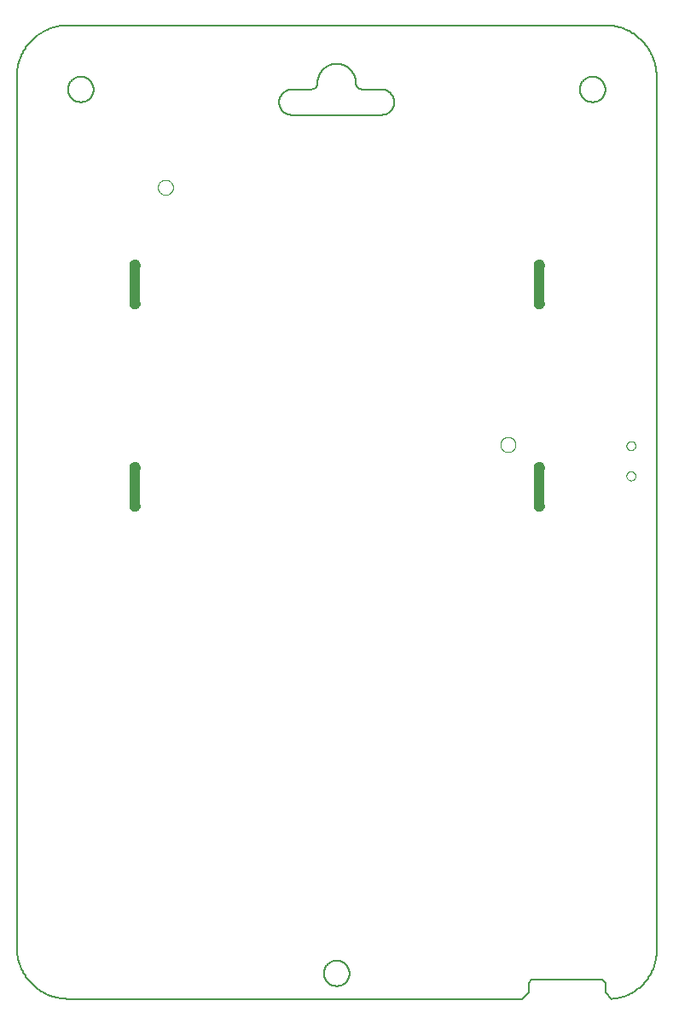
<source format=gko>
G75*
%MOIN*%
%OFA0B0*%
%FSLAX25Y25*%
%IPPOS*%
%LPD*%
%AMOC8*
5,1,8,0,0,1.08239X$1,22.5*
%
%ADD10C,0.00600*%
%ADD11C,0.00000*%
%ADD12C,0.04000*%
D10*
X0001300Y0028760D02*
X0001300Y0368760D01*
X0001306Y0369243D01*
X0001323Y0369726D01*
X0001353Y0370209D01*
X0001393Y0370690D01*
X0001446Y0371171D01*
X0001510Y0371650D01*
X0001585Y0372127D01*
X0001673Y0372603D01*
X0001771Y0373076D01*
X0001881Y0373546D01*
X0002002Y0374014D01*
X0002135Y0374479D01*
X0002279Y0374940D01*
X0002434Y0375398D01*
X0002600Y0375852D01*
X0002777Y0376302D01*
X0002964Y0376747D01*
X0003163Y0377188D01*
X0003371Y0377624D01*
X0003591Y0378054D01*
X0003821Y0378480D01*
X0004061Y0378899D01*
X0004311Y0379313D01*
X0004571Y0379720D01*
X0004840Y0380121D01*
X0005120Y0380516D01*
X0005408Y0380903D01*
X0005707Y0381284D01*
X0006014Y0381657D01*
X0006330Y0382022D01*
X0006655Y0382380D01*
X0006988Y0382730D01*
X0007330Y0383072D01*
X0007680Y0383405D01*
X0008038Y0383730D01*
X0008403Y0384046D01*
X0008776Y0384353D01*
X0009157Y0384652D01*
X0009544Y0384940D01*
X0009939Y0385220D01*
X0010340Y0385489D01*
X0010747Y0385749D01*
X0011161Y0385999D01*
X0011580Y0386239D01*
X0012006Y0386469D01*
X0012436Y0386689D01*
X0012872Y0386897D01*
X0013313Y0387096D01*
X0013758Y0387283D01*
X0014208Y0387460D01*
X0014662Y0387626D01*
X0015120Y0387781D01*
X0015581Y0387925D01*
X0016046Y0388058D01*
X0016514Y0388179D01*
X0016984Y0388289D01*
X0017457Y0388387D01*
X0017933Y0388475D01*
X0018410Y0388550D01*
X0018889Y0388614D01*
X0019370Y0388667D01*
X0019851Y0388707D01*
X0020334Y0388737D01*
X0020817Y0388754D01*
X0021300Y0388760D01*
X0231300Y0388760D01*
X0231783Y0388754D01*
X0232266Y0388737D01*
X0232749Y0388707D01*
X0233230Y0388667D01*
X0233711Y0388614D01*
X0234190Y0388550D01*
X0234667Y0388475D01*
X0235143Y0388387D01*
X0235616Y0388289D01*
X0236086Y0388179D01*
X0236554Y0388058D01*
X0237019Y0387925D01*
X0237480Y0387781D01*
X0237938Y0387626D01*
X0238392Y0387460D01*
X0238842Y0387283D01*
X0239287Y0387096D01*
X0239728Y0386897D01*
X0240164Y0386689D01*
X0240594Y0386469D01*
X0241020Y0386239D01*
X0241439Y0385999D01*
X0241853Y0385749D01*
X0242260Y0385489D01*
X0242661Y0385220D01*
X0243056Y0384940D01*
X0243443Y0384652D01*
X0243824Y0384353D01*
X0244197Y0384046D01*
X0244562Y0383730D01*
X0244920Y0383405D01*
X0245270Y0383072D01*
X0245612Y0382730D01*
X0245945Y0382380D01*
X0246270Y0382022D01*
X0246586Y0381657D01*
X0246893Y0381284D01*
X0247192Y0380903D01*
X0247480Y0380516D01*
X0247760Y0380121D01*
X0248029Y0379720D01*
X0248289Y0379313D01*
X0248539Y0378899D01*
X0248779Y0378480D01*
X0249009Y0378054D01*
X0249229Y0377624D01*
X0249437Y0377188D01*
X0249636Y0376747D01*
X0249823Y0376302D01*
X0250000Y0375852D01*
X0250166Y0375398D01*
X0250321Y0374940D01*
X0250465Y0374479D01*
X0250598Y0374014D01*
X0250719Y0373546D01*
X0250829Y0373076D01*
X0250927Y0372603D01*
X0251015Y0372127D01*
X0251090Y0371650D01*
X0251154Y0371171D01*
X0251207Y0370690D01*
X0251247Y0370209D01*
X0251277Y0369726D01*
X0251294Y0369243D01*
X0251300Y0368760D01*
X0251300Y0028760D01*
X0231300Y0011260D02*
X0233800Y0008760D01*
X0231300Y0011260D02*
X0231300Y0015010D01*
X0230050Y0016260D01*
X0202550Y0016260D01*
X0201300Y0015010D01*
X0201300Y0011260D01*
X0198800Y0008760D01*
X0021300Y0008760D01*
X0020817Y0008766D01*
X0020334Y0008783D01*
X0019851Y0008813D01*
X0019370Y0008853D01*
X0018889Y0008906D01*
X0018410Y0008970D01*
X0017933Y0009045D01*
X0017457Y0009133D01*
X0016984Y0009231D01*
X0016514Y0009341D01*
X0016046Y0009462D01*
X0015581Y0009595D01*
X0015120Y0009739D01*
X0014662Y0009894D01*
X0014208Y0010060D01*
X0013758Y0010237D01*
X0013313Y0010424D01*
X0012872Y0010623D01*
X0012436Y0010831D01*
X0012006Y0011051D01*
X0011580Y0011281D01*
X0011161Y0011521D01*
X0010747Y0011771D01*
X0010340Y0012031D01*
X0009939Y0012300D01*
X0009544Y0012580D01*
X0009157Y0012868D01*
X0008776Y0013167D01*
X0008403Y0013474D01*
X0008038Y0013790D01*
X0007680Y0014115D01*
X0007330Y0014448D01*
X0006988Y0014790D01*
X0006655Y0015140D01*
X0006330Y0015498D01*
X0006014Y0015863D01*
X0005707Y0016236D01*
X0005408Y0016617D01*
X0005120Y0017004D01*
X0004840Y0017399D01*
X0004571Y0017800D01*
X0004311Y0018207D01*
X0004061Y0018621D01*
X0003821Y0019040D01*
X0003591Y0019466D01*
X0003371Y0019896D01*
X0003163Y0020332D01*
X0002964Y0020773D01*
X0002777Y0021218D01*
X0002600Y0021668D01*
X0002434Y0022122D01*
X0002279Y0022580D01*
X0002135Y0023041D01*
X0002002Y0023506D01*
X0001881Y0023974D01*
X0001771Y0024444D01*
X0001673Y0024917D01*
X0001585Y0025393D01*
X0001510Y0025870D01*
X0001446Y0026349D01*
X0001393Y0026830D01*
X0001353Y0027311D01*
X0001323Y0027794D01*
X0001306Y0028277D01*
X0001300Y0028760D01*
X0121300Y0018760D02*
X0121302Y0018901D01*
X0121308Y0019042D01*
X0121318Y0019182D01*
X0121332Y0019322D01*
X0121350Y0019462D01*
X0121371Y0019601D01*
X0121397Y0019740D01*
X0121426Y0019878D01*
X0121460Y0020014D01*
X0121497Y0020150D01*
X0121538Y0020285D01*
X0121583Y0020419D01*
X0121632Y0020551D01*
X0121684Y0020682D01*
X0121740Y0020811D01*
X0121800Y0020938D01*
X0121863Y0021064D01*
X0121929Y0021188D01*
X0122000Y0021311D01*
X0122073Y0021431D01*
X0122150Y0021549D01*
X0122230Y0021665D01*
X0122314Y0021778D01*
X0122400Y0021889D01*
X0122490Y0021998D01*
X0122583Y0022104D01*
X0122678Y0022207D01*
X0122777Y0022308D01*
X0122878Y0022406D01*
X0122982Y0022501D01*
X0123089Y0022593D01*
X0123198Y0022682D01*
X0123310Y0022767D01*
X0123424Y0022850D01*
X0123540Y0022930D01*
X0123659Y0023006D01*
X0123780Y0023078D01*
X0123902Y0023148D01*
X0124027Y0023213D01*
X0124153Y0023276D01*
X0124281Y0023334D01*
X0124411Y0023389D01*
X0124542Y0023441D01*
X0124675Y0023488D01*
X0124809Y0023532D01*
X0124944Y0023573D01*
X0125080Y0023609D01*
X0125217Y0023641D01*
X0125355Y0023670D01*
X0125493Y0023695D01*
X0125633Y0023715D01*
X0125773Y0023732D01*
X0125913Y0023745D01*
X0126054Y0023754D01*
X0126194Y0023759D01*
X0126335Y0023760D01*
X0126476Y0023757D01*
X0126617Y0023750D01*
X0126757Y0023739D01*
X0126897Y0023724D01*
X0127037Y0023705D01*
X0127176Y0023683D01*
X0127314Y0023656D01*
X0127452Y0023626D01*
X0127588Y0023591D01*
X0127724Y0023553D01*
X0127858Y0023511D01*
X0127992Y0023465D01*
X0128124Y0023416D01*
X0128254Y0023362D01*
X0128383Y0023305D01*
X0128510Y0023245D01*
X0128636Y0023181D01*
X0128759Y0023113D01*
X0128881Y0023042D01*
X0129001Y0022968D01*
X0129118Y0022890D01*
X0129233Y0022809D01*
X0129346Y0022725D01*
X0129457Y0022638D01*
X0129565Y0022547D01*
X0129670Y0022454D01*
X0129773Y0022357D01*
X0129873Y0022258D01*
X0129970Y0022156D01*
X0130064Y0022051D01*
X0130155Y0021944D01*
X0130243Y0021834D01*
X0130328Y0021722D01*
X0130410Y0021607D01*
X0130489Y0021490D01*
X0130564Y0021371D01*
X0130636Y0021250D01*
X0130704Y0021127D01*
X0130769Y0021002D01*
X0130831Y0020875D01*
X0130888Y0020746D01*
X0130943Y0020616D01*
X0130993Y0020485D01*
X0131040Y0020352D01*
X0131083Y0020218D01*
X0131122Y0020082D01*
X0131157Y0019946D01*
X0131189Y0019809D01*
X0131216Y0019671D01*
X0131240Y0019532D01*
X0131260Y0019392D01*
X0131276Y0019252D01*
X0131288Y0019112D01*
X0131296Y0018971D01*
X0131300Y0018830D01*
X0131300Y0018690D01*
X0131296Y0018549D01*
X0131288Y0018408D01*
X0131276Y0018268D01*
X0131260Y0018128D01*
X0131240Y0017988D01*
X0131216Y0017849D01*
X0131189Y0017711D01*
X0131157Y0017574D01*
X0131122Y0017438D01*
X0131083Y0017302D01*
X0131040Y0017168D01*
X0130993Y0017035D01*
X0130943Y0016904D01*
X0130888Y0016774D01*
X0130831Y0016645D01*
X0130769Y0016518D01*
X0130704Y0016393D01*
X0130636Y0016270D01*
X0130564Y0016149D01*
X0130489Y0016030D01*
X0130410Y0015913D01*
X0130328Y0015798D01*
X0130243Y0015686D01*
X0130155Y0015576D01*
X0130064Y0015469D01*
X0129970Y0015364D01*
X0129873Y0015262D01*
X0129773Y0015163D01*
X0129670Y0015066D01*
X0129565Y0014973D01*
X0129457Y0014882D01*
X0129346Y0014795D01*
X0129233Y0014711D01*
X0129118Y0014630D01*
X0129001Y0014552D01*
X0128881Y0014478D01*
X0128759Y0014407D01*
X0128636Y0014339D01*
X0128510Y0014275D01*
X0128383Y0014215D01*
X0128254Y0014158D01*
X0128124Y0014104D01*
X0127992Y0014055D01*
X0127858Y0014009D01*
X0127724Y0013967D01*
X0127588Y0013929D01*
X0127452Y0013894D01*
X0127314Y0013864D01*
X0127176Y0013837D01*
X0127037Y0013815D01*
X0126897Y0013796D01*
X0126757Y0013781D01*
X0126617Y0013770D01*
X0126476Y0013763D01*
X0126335Y0013760D01*
X0126194Y0013761D01*
X0126054Y0013766D01*
X0125913Y0013775D01*
X0125773Y0013788D01*
X0125633Y0013805D01*
X0125493Y0013825D01*
X0125355Y0013850D01*
X0125217Y0013879D01*
X0125080Y0013911D01*
X0124944Y0013947D01*
X0124809Y0013988D01*
X0124675Y0014032D01*
X0124542Y0014079D01*
X0124411Y0014131D01*
X0124281Y0014186D01*
X0124153Y0014244D01*
X0124027Y0014307D01*
X0123902Y0014372D01*
X0123780Y0014442D01*
X0123659Y0014514D01*
X0123540Y0014590D01*
X0123424Y0014670D01*
X0123310Y0014753D01*
X0123198Y0014838D01*
X0123089Y0014927D01*
X0122982Y0015019D01*
X0122878Y0015114D01*
X0122777Y0015212D01*
X0122678Y0015313D01*
X0122583Y0015416D01*
X0122490Y0015522D01*
X0122400Y0015631D01*
X0122314Y0015742D01*
X0122230Y0015855D01*
X0122150Y0015971D01*
X0122073Y0016089D01*
X0122000Y0016209D01*
X0121929Y0016332D01*
X0121863Y0016456D01*
X0121800Y0016582D01*
X0121740Y0016709D01*
X0121684Y0016838D01*
X0121632Y0016969D01*
X0121583Y0017101D01*
X0121538Y0017235D01*
X0121497Y0017370D01*
X0121460Y0017506D01*
X0121426Y0017642D01*
X0121397Y0017780D01*
X0121371Y0017919D01*
X0121350Y0018058D01*
X0121332Y0018198D01*
X0121318Y0018338D01*
X0121308Y0018478D01*
X0121302Y0018619D01*
X0121300Y0018760D01*
X0233800Y0008760D02*
X0234253Y0008795D01*
X0234704Y0008842D01*
X0235155Y0008899D01*
X0235604Y0008968D01*
X0236051Y0009047D01*
X0236496Y0009137D01*
X0236939Y0009238D01*
X0237379Y0009349D01*
X0237817Y0009471D01*
X0238251Y0009604D01*
X0238682Y0009747D01*
X0239109Y0009900D01*
X0239533Y0010064D01*
X0239953Y0010237D01*
X0240368Y0010421D01*
X0240778Y0010615D01*
X0241184Y0010819D01*
X0241585Y0011033D01*
X0241981Y0011256D01*
X0242371Y0011488D01*
X0242755Y0011730D01*
X0243133Y0011981D01*
X0243505Y0012242D01*
X0243871Y0012511D01*
X0244230Y0012789D01*
X0244582Y0013075D01*
X0244928Y0013370D01*
X0245266Y0013674D01*
X0245596Y0013985D01*
X0245919Y0014304D01*
X0246235Y0014631D01*
X0246542Y0014965D01*
X0246841Y0015307D01*
X0247132Y0015656D01*
X0247414Y0016012D01*
X0247687Y0016374D01*
X0247952Y0016743D01*
X0248208Y0017119D01*
X0248454Y0017500D01*
X0248691Y0017887D01*
X0248919Y0018280D01*
X0249137Y0018678D01*
X0249346Y0019082D01*
X0249545Y0019490D01*
X0249734Y0019903D01*
X0249912Y0020321D01*
X0250081Y0020742D01*
X0250239Y0021168D01*
X0250388Y0021597D01*
X0250525Y0022030D01*
X0250652Y0022466D01*
X0250769Y0022905D01*
X0250875Y0023346D01*
X0250970Y0023790D01*
X0251055Y0024236D01*
X0251128Y0024685D01*
X0251191Y0025134D01*
X0251243Y0025585D01*
X0251284Y0026038D01*
X0251314Y0026491D01*
X0251333Y0026945D01*
X0251342Y0027399D01*
X0251339Y0027853D01*
X0251325Y0028307D01*
X0251300Y0028760D01*
X0143800Y0353760D02*
X0108800Y0353760D01*
X0108660Y0353762D01*
X0108520Y0353768D01*
X0108380Y0353778D01*
X0108240Y0353791D01*
X0108101Y0353809D01*
X0107962Y0353831D01*
X0107825Y0353856D01*
X0107687Y0353885D01*
X0107551Y0353918D01*
X0107416Y0353955D01*
X0107282Y0353996D01*
X0107149Y0354041D01*
X0107017Y0354089D01*
X0106887Y0354141D01*
X0106758Y0354196D01*
X0106631Y0354255D01*
X0106505Y0354318D01*
X0106381Y0354384D01*
X0106260Y0354453D01*
X0106140Y0354526D01*
X0106022Y0354603D01*
X0105907Y0354682D01*
X0105793Y0354765D01*
X0105683Y0354851D01*
X0105574Y0354940D01*
X0105468Y0355032D01*
X0105365Y0355127D01*
X0105264Y0355224D01*
X0105167Y0355325D01*
X0105072Y0355428D01*
X0104980Y0355534D01*
X0104891Y0355643D01*
X0104805Y0355753D01*
X0104722Y0355867D01*
X0104643Y0355982D01*
X0104566Y0356100D01*
X0104493Y0356220D01*
X0104424Y0356341D01*
X0104358Y0356465D01*
X0104295Y0356591D01*
X0104236Y0356718D01*
X0104181Y0356847D01*
X0104129Y0356977D01*
X0104081Y0357109D01*
X0104036Y0357242D01*
X0103995Y0357376D01*
X0103958Y0357511D01*
X0103925Y0357647D01*
X0103896Y0357785D01*
X0103871Y0357922D01*
X0103849Y0358061D01*
X0103831Y0358200D01*
X0103818Y0358340D01*
X0103808Y0358480D01*
X0103802Y0358620D01*
X0103800Y0358760D01*
X0103802Y0358900D01*
X0103808Y0359040D01*
X0103818Y0359180D01*
X0103831Y0359320D01*
X0103849Y0359459D01*
X0103871Y0359598D01*
X0103896Y0359735D01*
X0103925Y0359873D01*
X0103958Y0360009D01*
X0103995Y0360144D01*
X0104036Y0360278D01*
X0104081Y0360411D01*
X0104129Y0360543D01*
X0104181Y0360673D01*
X0104236Y0360802D01*
X0104295Y0360929D01*
X0104358Y0361055D01*
X0104424Y0361179D01*
X0104493Y0361300D01*
X0104566Y0361420D01*
X0104643Y0361538D01*
X0104722Y0361653D01*
X0104805Y0361767D01*
X0104891Y0361877D01*
X0104980Y0361986D01*
X0105072Y0362092D01*
X0105167Y0362195D01*
X0105264Y0362296D01*
X0105365Y0362393D01*
X0105468Y0362488D01*
X0105574Y0362580D01*
X0105683Y0362669D01*
X0105793Y0362755D01*
X0105907Y0362838D01*
X0106022Y0362917D01*
X0106140Y0362994D01*
X0106260Y0363067D01*
X0106381Y0363136D01*
X0106505Y0363202D01*
X0106631Y0363265D01*
X0106758Y0363324D01*
X0106887Y0363379D01*
X0107017Y0363431D01*
X0107149Y0363479D01*
X0107282Y0363524D01*
X0107416Y0363565D01*
X0107551Y0363602D01*
X0107687Y0363635D01*
X0107825Y0363664D01*
X0107962Y0363689D01*
X0108101Y0363711D01*
X0108240Y0363729D01*
X0108380Y0363742D01*
X0108520Y0363752D01*
X0108660Y0363758D01*
X0108800Y0363760D01*
X0116300Y0363760D01*
X0116398Y0363762D01*
X0116496Y0363768D01*
X0116594Y0363777D01*
X0116691Y0363791D01*
X0116788Y0363808D01*
X0116884Y0363829D01*
X0116979Y0363854D01*
X0117073Y0363882D01*
X0117165Y0363915D01*
X0117257Y0363950D01*
X0117347Y0363990D01*
X0117435Y0364032D01*
X0117522Y0364079D01*
X0117606Y0364128D01*
X0117689Y0364181D01*
X0117769Y0364237D01*
X0117848Y0364297D01*
X0117924Y0364359D01*
X0117997Y0364424D01*
X0118068Y0364492D01*
X0118136Y0364563D01*
X0118201Y0364636D01*
X0118263Y0364712D01*
X0118323Y0364791D01*
X0118379Y0364871D01*
X0118432Y0364954D01*
X0118481Y0365038D01*
X0118528Y0365125D01*
X0118570Y0365213D01*
X0118610Y0365303D01*
X0118645Y0365395D01*
X0118678Y0365487D01*
X0118706Y0365581D01*
X0118731Y0365676D01*
X0118752Y0365772D01*
X0118769Y0365869D01*
X0118783Y0365966D01*
X0118792Y0366064D01*
X0118798Y0366162D01*
X0118800Y0366260D01*
X0118802Y0366443D01*
X0118809Y0366625D01*
X0118820Y0366807D01*
X0118836Y0366989D01*
X0118856Y0367171D01*
X0118880Y0367352D01*
X0118909Y0367532D01*
X0118942Y0367712D01*
X0118979Y0367891D01*
X0119021Y0368069D01*
X0119068Y0368245D01*
X0119118Y0368421D01*
X0119173Y0368595D01*
X0119232Y0368768D01*
X0119295Y0368939D01*
X0119362Y0369109D01*
X0119434Y0369277D01*
X0119509Y0369443D01*
X0119589Y0369608D01*
X0119672Y0369770D01*
X0119760Y0369931D01*
X0119851Y0370089D01*
X0119946Y0370245D01*
X0120045Y0370398D01*
X0120148Y0370549D01*
X0120254Y0370698D01*
X0120364Y0370844D01*
X0120477Y0370987D01*
X0120594Y0371127D01*
X0120714Y0371265D01*
X0120838Y0371399D01*
X0120965Y0371531D01*
X0121094Y0371659D01*
X0121227Y0371784D01*
X0121363Y0371906D01*
X0121502Y0372025D01*
X0121644Y0372140D01*
X0121789Y0372252D01*
X0121936Y0372360D01*
X0122086Y0372464D01*
X0122238Y0372565D01*
X0122393Y0372662D01*
X0122550Y0372755D01*
X0122709Y0372845D01*
X0122871Y0372930D01*
X0123034Y0373012D01*
X0123199Y0373089D01*
X0123367Y0373163D01*
X0123536Y0373232D01*
X0123706Y0373297D01*
X0123878Y0373358D01*
X0124052Y0373415D01*
X0124227Y0373468D01*
X0124403Y0373516D01*
X0124580Y0373560D01*
X0124759Y0373600D01*
X0124938Y0373635D01*
X0125118Y0373666D01*
X0125298Y0373693D01*
X0125480Y0373715D01*
X0125661Y0373733D01*
X0125844Y0373746D01*
X0126026Y0373755D01*
X0126209Y0373759D01*
X0126391Y0373759D01*
X0126574Y0373755D01*
X0126756Y0373746D01*
X0126939Y0373733D01*
X0127120Y0373715D01*
X0127302Y0373693D01*
X0127482Y0373666D01*
X0127662Y0373635D01*
X0127841Y0373600D01*
X0128020Y0373560D01*
X0128197Y0373516D01*
X0128373Y0373468D01*
X0128548Y0373415D01*
X0128722Y0373358D01*
X0128894Y0373297D01*
X0129064Y0373232D01*
X0129233Y0373163D01*
X0129401Y0373089D01*
X0129566Y0373012D01*
X0129729Y0372930D01*
X0129891Y0372845D01*
X0130050Y0372755D01*
X0130207Y0372662D01*
X0130362Y0372565D01*
X0130514Y0372464D01*
X0130664Y0372360D01*
X0130811Y0372252D01*
X0130956Y0372140D01*
X0131098Y0372025D01*
X0131237Y0371906D01*
X0131373Y0371784D01*
X0131506Y0371659D01*
X0131635Y0371531D01*
X0131762Y0371399D01*
X0131886Y0371265D01*
X0132006Y0371127D01*
X0132123Y0370987D01*
X0132236Y0370844D01*
X0132346Y0370698D01*
X0132452Y0370549D01*
X0132555Y0370398D01*
X0132654Y0370245D01*
X0132749Y0370089D01*
X0132840Y0369931D01*
X0132928Y0369770D01*
X0133011Y0369608D01*
X0133091Y0369443D01*
X0133166Y0369277D01*
X0133238Y0369109D01*
X0133305Y0368939D01*
X0133368Y0368768D01*
X0133427Y0368595D01*
X0133482Y0368421D01*
X0133532Y0368245D01*
X0133579Y0368069D01*
X0133621Y0367891D01*
X0133658Y0367712D01*
X0133691Y0367532D01*
X0133720Y0367352D01*
X0133744Y0367171D01*
X0133764Y0366989D01*
X0133780Y0366807D01*
X0133791Y0366625D01*
X0133798Y0366443D01*
X0133800Y0366260D01*
X0133802Y0366162D01*
X0133808Y0366064D01*
X0133817Y0365966D01*
X0133831Y0365869D01*
X0133848Y0365772D01*
X0133869Y0365676D01*
X0133894Y0365581D01*
X0133922Y0365487D01*
X0133955Y0365395D01*
X0133990Y0365303D01*
X0134030Y0365213D01*
X0134072Y0365125D01*
X0134119Y0365038D01*
X0134168Y0364954D01*
X0134221Y0364871D01*
X0134277Y0364791D01*
X0134337Y0364712D01*
X0134399Y0364636D01*
X0134464Y0364563D01*
X0134532Y0364492D01*
X0134603Y0364424D01*
X0134676Y0364359D01*
X0134752Y0364297D01*
X0134831Y0364237D01*
X0134911Y0364181D01*
X0134994Y0364128D01*
X0135078Y0364079D01*
X0135165Y0364032D01*
X0135253Y0363990D01*
X0135343Y0363950D01*
X0135435Y0363915D01*
X0135527Y0363882D01*
X0135621Y0363854D01*
X0135716Y0363829D01*
X0135812Y0363808D01*
X0135909Y0363791D01*
X0136006Y0363777D01*
X0136104Y0363768D01*
X0136202Y0363762D01*
X0136300Y0363760D01*
X0143800Y0363760D01*
X0148800Y0358760D02*
X0148798Y0358620D01*
X0148792Y0358480D01*
X0148782Y0358340D01*
X0148769Y0358200D01*
X0148751Y0358061D01*
X0148729Y0357922D01*
X0148704Y0357785D01*
X0148675Y0357647D01*
X0148642Y0357511D01*
X0148605Y0357376D01*
X0148564Y0357242D01*
X0148519Y0357109D01*
X0148471Y0356977D01*
X0148419Y0356847D01*
X0148364Y0356718D01*
X0148305Y0356591D01*
X0148242Y0356465D01*
X0148176Y0356341D01*
X0148107Y0356220D01*
X0148034Y0356100D01*
X0147957Y0355982D01*
X0147878Y0355867D01*
X0147795Y0355753D01*
X0147709Y0355643D01*
X0147620Y0355534D01*
X0147528Y0355428D01*
X0147433Y0355325D01*
X0147336Y0355224D01*
X0147235Y0355127D01*
X0147132Y0355032D01*
X0147026Y0354940D01*
X0146917Y0354851D01*
X0146807Y0354765D01*
X0146693Y0354682D01*
X0146578Y0354603D01*
X0146460Y0354526D01*
X0146340Y0354453D01*
X0146219Y0354384D01*
X0146095Y0354318D01*
X0145969Y0354255D01*
X0145842Y0354196D01*
X0145713Y0354141D01*
X0145583Y0354089D01*
X0145451Y0354041D01*
X0145318Y0353996D01*
X0145184Y0353955D01*
X0145049Y0353918D01*
X0144913Y0353885D01*
X0144775Y0353856D01*
X0144638Y0353831D01*
X0144499Y0353809D01*
X0144360Y0353791D01*
X0144220Y0353778D01*
X0144080Y0353768D01*
X0143940Y0353762D01*
X0143800Y0353760D01*
X0148800Y0358760D02*
X0148798Y0358900D01*
X0148792Y0359040D01*
X0148782Y0359180D01*
X0148769Y0359320D01*
X0148751Y0359459D01*
X0148729Y0359598D01*
X0148704Y0359735D01*
X0148675Y0359873D01*
X0148642Y0360009D01*
X0148605Y0360144D01*
X0148564Y0360278D01*
X0148519Y0360411D01*
X0148471Y0360543D01*
X0148419Y0360673D01*
X0148364Y0360802D01*
X0148305Y0360929D01*
X0148242Y0361055D01*
X0148176Y0361179D01*
X0148107Y0361300D01*
X0148034Y0361420D01*
X0147957Y0361538D01*
X0147878Y0361653D01*
X0147795Y0361767D01*
X0147709Y0361877D01*
X0147620Y0361986D01*
X0147528Y0362092D01*
X0147433Y0362195D01*
X0147336Y0362296D01*
X0147235Y0362393D01*
X0147132Y0362488D01*
X0147026Y0362580D01*
X0146917Y0362669D01*
X0146807Y0362755D01*
X0146693Y0362838D01*
X0146578Y0362917D01*
X0146460Y0362994D01*
X0146340Y0363067D01*
X0146219Y0363136D01*
X0146095Y0363202D01*
X0145969Y0363265D01*
X0145842Y0363324D01*
X0145713Y0363379D01*
X0145583Y0363431D01*
X0145451Y0363479D01*
X0145318Y0363524D01*
X0145184Y0363565D01*
X0145049Y0363602D01*
X0144913Y0363635D01*
X0144775Y0363664D01*
X0144638Y0363689D01*
X0144499Y0363711D01*
X0144360Y0363729D01*
X0144220Y0363742D01*
X0144080Y0363752D01*
X0143940Y0363758D01*
X0143800Y0363760D01*
X0221300Y0363760D02*
X0221302Y0363901D01*
X0221308Y0364042D01*
X0221318Y0364182D01*
X0221332Y0364322D01*
X0221350Y0364462D01*
X0221371Y0364601D01*
X0221397Y0364740D01*
X0221426Y0364878D01*
X0221460Y0365014D01*
X0221497Y0365150D01*
X0221538Y0365285D01*
X0221583Y0365419D01*
X0221632Y0365551D01*
X0221684Y0365682D01*
X0221740Y0365811D01*
X0221800Y0365938D01*
X0221863Y0366064D01*
X0221929Y0366188D01*
X0222000Y0366311D01*
X0222073Y0366431D01*
X0222150Y0366549D01*
X0222230Y0366665D01*
X0222314Y0366778D01*
X0222400Y0366889D01*
X0222490Y0366998D01*
X0222583Y0367104D01*
X0222678Y0367207D01*
X0222777Y0367308D01*
X0222878Y0367406D01*
X0222982Y0367501D01*
X0223089Y0367593D01*
X0223198Y0367682D01*
X0223310Y0367767D01*
X0223424Y0367850D01*
X0223540Y0367930D01*
X0223659Y0368006D01*
X0223780Y0368078D01*
X0223902Y0368148D01*
X0224027Y0368213D01*
X0224153Y0368276D01*
X0224281Y0368334D01*
X0224411Y0368389D01*
X0224542Y0368441D01*
X0224675Y0368488D01*
X0224809Y0368532D01*
X0224944Y0368573D01*
X0225080Y0368609D01*
X0225217Y0368641D01*
X0225355Y0368670D01*
X0225493Y0368695D01*
X0225633Y0368715D01*
X0225773Y0368732D01*
X0225913Y0368745D01*
X0226054Y0368754D01*
X0226194Y0368759D01*
X0226335Y0368760D01*
X0226476Y0368757D01*
X0226617Y0368750D01*
X0226757Y0368739D01*
X0226897Y0368724D01*
X0227037Y0368705D01*
X0227176Y0368683D01*
X0227314Y0368656D01*
X0227452Y0368626D01*
X0227588Y0368591D01*
X0227724Y0368553D01*
X0227858Y0368511D01*
X0227992Y0368465D01*
X0228124Y0368416D01*
X0228254Y0368362D01*
X0228383Y0368305D01*
X0228510Y0368245D01*
X0228636Y0368181D01*
X0228759Y0368113D01*
X0228881Y0368042D01*
X0229001Y0367968D01*
X0229118Y0367890D01*
X0229233Y0367809D01*
X0229346Y0367725D01*
X0229457Y0367638D01*
X0229565Y0367547D01*
X0229670Y0367454D01*
X0229773Y0367357D01*
X0229873Y0367258D01*
X0229970Y0367156D01*
X0230064Y0367051D01*
X0230155Y0366944D01*
X0230243Y0366834D01*
X0230328Y0366722D01*
X0230410Y0366607D01*
X0230489Y0366490D01*
X0230564Y0366371D01*
X0230636Y0366250D01*
X0230704Y0366127D01*
X0230769Y0366002D01*
X0230831Y0365875D01*
X0230888Y0365746D01*
X0230943Y0365616D01*
X0230993Y0365485D01*
X0231040Y0365352D01*
X0231083Y0365218D01*
X0231122Y0365082D01*
X0231157Y0364946D01*
X0231189Y0364809D01*
X0231216Y0364671D01*
X0231240Y0364532D01*
X0231260Y0364392D01*
X0231276Y0364252D01*
X0231288Y0364112D01*
X0231296Y0363971D01*
X0231300Y0363830D01*
X0231300Y0363690D01*
X0231296Y0363549D01*
X0231288Y0363408D01*
X0231276Y0363268D01*
X0231260Y0363128D01*
X0231240Y0362988D01*
X0231216Y0362849D01*
X0231189Y0362711D01*
X0231157Y0362574D01*
X0231122Y0362438D01*
X0231083Y0362302D01*
X0231040Y0362168D01*
X0230993Y0362035D01*
X0230943Y0361904D01*
X0230888Y0361774D01*
X0230831Y0361645D01*
X0230769Y0361518D01*
X0230704Y0361393D01*
X0230636Y0361270D01*
X0230564Y0361149D01*
X0230489Y0361030D01*
X0230410Y0360913D01*
X0230328Y0360798D01*
X0230243Y0360686D01*
X0230155Y0360576D01*
X0230064Y0360469D01*
X0229970Y0360364D01*
X0229873Y0360262D01*
X0229773Y0360163D01*
X0229670Y0360066D01*
X0229565Y0359973D01*
X0229457Y0359882D01*
X0229346Y0359795D01*
X0229233Y0359711D01*
X0229118Y0359630D01*
X0229001Y0359552D01*
X0228881Y0359478D01*
X0228759Y0359407D01*
X0228636Y0359339D01*
X0228510Y0359275D01*
X0228383Y0359215D01*
X0228254Y0359158D01*
X0228124Y0359104D01*
X0227992Y0359055D01*
X0227858Y0359009D01*
X0227724Y0358967D01*
X0227588Y0358929D01*
X0227452Y0358894D01*
X0227314Y0358864D01*
X0227176Y0358837D01*
X0227037Y0358815D01*
X0226897Y0358796D01*
X0226757Y0358781D01*
X0226617Y0358770D01*
X0226476Y0358763D01*
X0226335Y0358760D01*
X0226194Y0358761D01*
X0226054Y0358766D01*
X0225913Y0358775D01*
X0225773Y0358788D01*
X0225633Y0358805D01*
X0225493Y0358825D01*
X0225355Y0358850D01*
X0225217Y0358879D01*
X0225080Y0358911D01*
X0224944Y0358947D01*
X0224809Y0358988D01*
X0224675Y0359032D01*
X0224542Y0359079D01*
X0224411Y0359131D01*
X0224281Y0359186D01*
X0224153Y0359244D01*
X0224027Y0359307D01*
X0223902Y0359372D01*
X0223780Y0359442D01*
X0223659Y0359514D01*
X0223540Y0359590D01*
X0223424Y0359670D01*
X0223310Y0359753D01*
X0223198Y0359838D01*
X0223089Y0359927D01*
X0222982Y0360019D01*
X0222878Y0360114D01*
X0222777Y0360212D01*
X0222678Y0360313D01*
X0222583Y0360416D01*
X0222490Y0360522D01*
X0222400Y0360631D01*
X0222314Y0360742D01*
X0222230Y0360855D01*
X0222150Y0360971D01*
X0222073Y0361089D01*
X0222000Y0361209D01*
X0221929Y0361332D01*
X0221863Y0361456D01*
X0221800Y0361582D01*
X0221740Y0361709D01*
X0221684Y0361838D01*
X0221632Y0361969D01*
X0221583Y0362101D01*
X0221538Y0362235D01*
X0221497Y0362370D01*
X0221460Y0362506D01*
X0221426Y0362642D01*
X0221397Y0362780D01*
X0221371Y0362919D01*
X0221350Y0363058D01*
X0221332Y0363198D01*
X0221318Y0363338D01*
X0221308Y0363478D01*
X0221302Y0363619D01*
X0221300Y0363760D01*
X0021300Y0363760D02*
X0021302Y0363901D01*
X0021308Y0364042D01*
X0021318Y0364182D01*
X0021332Y0364322D01*
X0021350Y0364462D01*
X0021371Y0364601D01*
X0021397Y0364740D01*
X0021426Y0364878D01*
X0021460Y0365014D01*
X0021497Y0365150D01*
X0021538Y0365285D01*
X0021583Y0365419D01*
X0021632Y0365551D01*
X0021684Y0365682D01*
X0021740Y0365811D01*
X0021800Y0365938D01*
X0021863Y0366064D01*
X0021929Y0366188D01*
X0022000Y0366311D01*
X0022073Y0366431D01*
X0022150Y0366549D01*
X0022230Y0366665D01*
X0022314Y0366778D01*
X0022400Y0366889D01*
X0022490Y0366998D01*
X0022583Y0367104D01*
X0022678Y0367207D01*
X0022777Y0367308D01*
X0022878Y0367406D01*
X0022982Y0367501D01*
X0023089Y0367593D01*
X0023198Y0367682D01*
X0023310Y0367767D01*
X0023424Y0367850D01*
X0023540Y0367930D01*
X0023659Y0368006D01*
X0023780Y0368078D01*
X0023902Y0368148D01*
X0024027Y0368213D01*
X0024153Y0368276D01*
X0024281Y0368334D01*
X0024411Y0368389D01*
X0024542Y0368441D01*
X0024675Y0368488D01*
X0024809Y0368532D01*
X0024944Y0368573D01*
X0025080Y0368609D01*
X0025217Y0368641D01*
X0025355Y0368670D01*
X0025493Y0368695D01*
X0025633Y0368715D01*
X0025773Y0368732D01*
X0025913Y0368745D01*
X0026054Y0368754D01*
X0026194Y0368759D01*
X0026335Y0368760D01*
X0026476Y0368757D01*
X0026617Y0368750D01*
X0026757Y0368739D01*
X0026897Y0368724D01*
X0027037Y0368705D01*
X0027176Y0368683D01*
X0027314Y0368656D01*
X0027452Y0368626D01*
X0027588Y0368591D01*
X0027724Y0368553D01*
X0027858Y0368511D01*
X0027992Y0368465D01*
X0028124Y0368416D01*
X0028254Y0368362D01*
X0028383Y0368305D01*
X0028510Y0368245D01*
X0028636Y0368181D01*
X0028759Y0368113D01*
X0028881Y0368042D01*
X0029001Y0367968D01*
X0029118Y0367890D01*
X0029233Y0367809D01*
X0029346Y0367725D01*
X0029457Y0367638D01*
X0029565Y0367547D01*
X0029670Y0367454D01*
X0029773Y0367357D01*
X0029873Y0367258D01*
X0029970Y0367156D01*
X0030064Y0367051D01*
X0030155Y0366944D01*
X0030243Y0366834D01*
X0030328Y0366722D01*
X0030410Y0366607D01*
X0030489Y0366490D01*
X0030564Y0366371D01*
X0030636Y0366250D01*
X0030704Y0366127D01*
X0030769Y0366002D01*
X0030831Y0365875D01*
X0030888Y0365746D01*
X0030943Y0365616D01*
X0030993Y0365485D01*
X0031040Y0365352D01*
X0031083Y0365218D01*
X0031122Y0365082D01*
X0031157Y0364946D01*
X0031189Y0364809D01*
X0031216Y0364671D01*
X0031240Y0364532D01*
X0031260Y0364392D01*
X0031276Y0364252D01*
X0031288Y0364112D01*
X0031296Y0363971D01*
X0031300Y0363830D01*
X0031300Y0363690D01*
X0031296Y0363549D01*
X0031288Y0363408D01*
X0031276Y0363268D01*
X0031260Y0363128D01*
X0031240Y0362988D01*
X0031216Y0362849D01*
X0031189Y0362711D01*
X0031157Y0362574D01*
X0031122Y0362438D01*
X0031083Y0362302D01*
X0031040Y0362168D01*
X0030993Y0362035D01*
X0030943Y0361904D01*
X0030888Y0361774D01*
X0030831Y0361645D01*
X0030769Y0361518D01*
X0030704Y0361393D01*
X0030636Y0361270D01*
X0030564Y0361149D01*
X0030489Y0361030D01*
X0030410Y0360913D01*
X0030328Y0360798D01*
X0030243Y0360686D01*
X0030155Y0360576D01*
X0030064Y0360469D01*
X0029970Y0360364D01*
X0029873Y0360262D01*
X0029773Y0360163D01*
X0029670Y0360066D01*
X0029565Y0359973D01*
X0029457Y0359882D01*
X0029346Y0359795D01*
X0029233Y0359711D01*
X0029118Y0359630D01*
X0029001Y0359552D01*
X0028881Y0359478D01*
X0028759Y0359407D01*
X0028636Y0359339D01*
X0028510Y0359275D01*
X0028383Y0359215D01*
X0028254Y0359158D01*
X0028124Y0359104D01*
X0027992Y0359055D01*
X0027858Y0359009D01*
X0027724Y0358967D01*
X0027588Y0358929D01*
X0027452Y0358894D01*
X0027314Y0358864D01*
X0027176Y0358837D01*
X0027037Y0358815D01*
X0026897Y0358796D01*
X0026757Y0358781D01*
X0026617Y0358770D01*
X0026476Y0358763D01*
X0026335Y0358760D01*
X0026194Y0358761D01*
X0026054Y0358766D01*
X0025913Y0358775D01*
X0025773Y0358788D01*
X0025633Y0358805D01*
X0025493Y0358825D01*
X0025355Y0358850D01*
X0025217Y0358879D01*
X0025080Y0358911D01*
X0024944Y0358947D01*
X0024809Y0358988D01*
X0024675Y0359032D01*
X0024542Y0359079D01*
X0024411Y0359131D01*
X0024281Y0359186D01*
X0024153Y0359244D01*
X0024027Y0359307D01*
X0023902Y0359372D01*
X0023780Y0359442D01*
X0023659Y0359514D01*
X0023540Y0359590D01*
X0023424Y0359670D01*
X0023310Y0359753D01*
X0023198Y0359838D01*
X0023089Y0359927D01*
X0022982Y0360019D01*
X0022878Y0360114D01*
X0022777Y0360212D01*
X0022678Y0360313D01*
X0022583Y0360416D01*
X0022490Y0360522D01*
X0022400Y0360631D01*
X0022314Y0360742D01*
X0022230Y0360855D01*
X0022150Y0360971D01*
X0022073Y0361089D01*
X0022000Y0361209D01*
X0021929Y0361332D01*
X0021863Y0361456D01*
X0021800Y0361582D01*
X0021740Y0361709D01*
X0021684Y0361838D01*
X0021632Y0361969D01*
X0021583Y0362101D01*
X0021538Y0362235D01*
X0021497Y0362370D01*
X0021460Y0362506D01*
X0021426Y0362642D01*
X0021397Y0362780D01*
X0021371Y0362919D01*
X0021350Y0363058D01*
X0021332Y0363198D01*
X0021318Y0363338D01*
X0021308Y0363478D01*
X0021302Y0363619D01*
X0021300Y0363760D01*
D11*
X0056418Y0325472D02*
X0056420Y0325580D01*
X0056426Y0325689D01*
X0056436Y0325797D01*
X0056450Y0325904D01*
X0056468Y0326011D01*
X0056489Y0326118D01*
X0056515Y0326223D01*
X0056545Y0326328D01*
X0056578Y0326431D01*
X0056615Y0326533D01*
X0056656Y0326633D01*
X0056700Y0326732D01*
X0056749Y0326830D01*
X0056800Y0326925D01*
X0056855Y0327018D01*
X0056914Y0327110D01*
X0056976Y0327199D01*
X0057041Y0327286D01*
X0057109Y0327370D01*
X0057180Y0327452D01*
X0057254Y0327531D01*
X0057331Y0327607D01*
X0057411Y0327681D01*
X0057494Y0327751D01*
X0057579Y0327819D01*
X0057666Y0327883D01*
X0057756Y0327944D01*
X0057848Y0328002D01*
X0057942Y0328056D01*
X0058038Y0328107D01*
X0058135Y0328154D01*
X0058235Y0328198D01*
X0058336Y0328238D01*
X0058438Y0328274D01*
X0058541Y0328306D01*
X0058646Y0328335D01*
X0058752Y0328359D01*
X0058858Y0328380D01*
X0058965Y0328397D01*
X0059073Y0328410D01*
X0059181Y0328419D01*
X0059290Y0328424D01*
X0059398Y0328425D01*
X0059507Y0328422D01*
X0059615Y0328415D01*
X0059723Y0328404D01*
X0059830Y0328389D01*
X0059937Y0328370D01*
X0060043Y0328347D01*
X0060148Y0328321D01*
X0060253Y0328290D01*
X0060355Y0328256D01*
X0060457Y0328218D01*
X0060557Y0328176D01*
X0060656Y0328131D01*
X0060753Y0328082D01*
X0060847Y0328029D01*
X0060940Y0327973D01*
X0061031Y0327914D01*
X0061120Y0327851D01*
X0061206Y0327786D01*
X0061290Y0327717D01*
X0061371Y0327645D01*
X0061449Y0327570D01*
X0061525Y0327492D01*
X0061598Y0327411D01*
X0061668Y0327328D01*
X0061734Y0327243D01*
X0061798Y0327155D01*
X0061858Y0327064D01*
X0061915Y0326972D01*
X0061968Y0326877D01*
X0062018Y0326781D01*
X0062064Y0326683D01*
X0062107Y0326583D01*
X0062146Y0326482D01*
X0062181Y0326379D01*
X0062213Y0326276D01*
X0062240Y0326171D01*
X0062264Y0326065D01*
X0062284Y0325958D01*
X0062300Y0325851D01*
X0062312Y0325743D01*
X0062320Y0325635D01*
X0062324Y0325526D01*
X0062324Y0325418D01*
X0062320Y0325309D01*
X0062312Y0325201D01*
X0062300Y0325093D01*
X0062284Y0324986D01*
X0062264Y0324879D01*
X0062240Y0324773D01*
X0062213Y0324668D01*
X0062181Y0324565D01*
X0062146Y0324462D01*
X0062107Y0324361D01*
X0062064Y0324261D01*
X0062018Y0324163D01*
X0061968Y0324067D01*
X0061915Y0323972D01*
X0061858Y0323880D01*
X0061798Y0323789D01*
X0061734Y0323701D01*
X0061668Y0323616D01*
X0061598Y0323533D01*
X0061525Y0323452D01*
X0061449Y0323374D01*
X0061371Y0323299D01*
X0061290Y0323227D01*
X0061206Y0323158D01*
X0061120Y0323093D01*
X0061031Y0323030D01*
X0060940Y0322971D01*
X0060848Y0322915D01*
X0060753Y0322862D01*
X0060656Y0322813D01*
X0060557Y0322768D01*
X0060457Y0322726D01*
X0060355Y0322688D01*
X0060253Y0322654D01*
X0060148Y0322623D01*
X0060043Y0322597D01*
X0059937Y0322574D01*
X0059830Y0322555D01*
X0059723Y0322540D01*
X0059615Y0322529D01*
X0059507Y0322522D01*
X0059398Y0322519D01*
X0059290Y0322520D01*
X0059181Y0322525D01*
X0059073Y0322534D01*
X0058965Y0322547D01*
X0058858Y0322564D01*
X0058752Y0322585D01*
X0058646Y0322609D01*
X0058541Y0322638D01*
X0058438Y0322670D01*
X0058336Y0322706D01*
X0058235Y0322746D01*
X0058135Y0322790D01*
X0058038Y0322837D01*
X0057942Y0322888D01*
X0057848Y0322942D01*
X0057756Y0323000D01*
X0057666Y0323061D01*
X0057579Y0323125D01*
X0057494Y0323193D01*
X0057411Y0323263D01*
X0057331Y0323337D01*
X0057254Y0323413D01*
X0057180Y0323492D01*
X0057109Y0323574D01*
X0057041Y0323658D01*
X0056976Y0323745D01*
X0056914Y0323834D01*
X0056855Y0323926D01*
X0056800Y0324019D01*
X0056749Y0324114D01*
X0056700Y0324212D01*
X0056656Y0324311D01*
X0056615Y0324411D01*
X0056578Y0324513D01*
X0056545Y0324616D01*
X0056515Y0324721D01*
X0056489Y0324826D01*
X0056468Y0324933D01*
X0056450Y0325040D01*
X0056436Y0325147D01*
X0056426Y0325255D01*
X0056420Y0325364D01*
X0056418Y0325472D01*
X0045300Y0295260D02*
X0045302Y0295349D01*
X0045308Y0295438D01*
X0045318Y0295527D01*
X0045332Y0295615D01*
X0045349Y0295702D01*
X0045371Y0295788D01*
X0045397Y0295874D01*
X0045426Y0295958D01*
X0045459Y0296041D01*
X0045495Y0296122D01*
X0045536Y0296202D01*
X0045579Y0296279D01*
X0045626Y0296355D01*
X0045677Y0296428D01*
X0045730Y0296499D01*
X0045787Y0296568D01*
X0045847Y0296634D01*
X0045910Y0296698D01*
X0045975Y0296758D01*
X0046043Y0296816D01*
X0046114Y0296870D01*
X0046187Y0296921D01*
X0046262Y0296969D01*
X0046339Y0297014D01*
X0046418Y0297055D01*
X0046499Y0297092D01*
X0046581Y0297126D01*
X0046665Y0297157D01*
X0046750Y0297183D01*
X0046836Y0297206D01*
X0046923Y0297224D01*
X0047011Y0297239D01*
X0047100Y0297250D01*
X0047189Y0297257D01*
X0047278Y0297260D01*
X0047367Y0297259D01*
X0047456Y0297254D01*
X0047544Y0297245D01*
X0047633Y0297232D01*
X0047720Y0297215D01*
X0047807Y0297195D01*
X0047893Y0297170D01*
X0047977Y0297142D01*
X0048060Y0297110D01*
X0048142Y0297074D01*
X0048222Y0297035D01*
X0048300Y0296992D01*
X0048376Y0296946D01*
X0048450Y0296896D01*
X0048522Y0296843D01*
X0048591Y0296787D01*
X0048658Y0296728D01*
X0048722Y0296666D01*
X0048783Y0296602D01*
X0048842Y0296534D01*
X0048897Y0296464D01*
X0048949Y0296392D01*
X0048998Y0296317D01*
X0049043Y0296241D01*
X0049085Y0296162D01*
X0049123Y0296082D01*
X0049158Y0296000D01*
X0049189Y0295916D01*
X0049217Y0295831D01*
X0049240Y0295745D01*
X0049260Y0295658D01*
X0049276Y0295571D01*
X0049288Y0295482D01*
X0049296Y0295394D01*
X0049300Y0295305D01*
X0049300Y0295215D01*
X0049296Y0295126D01*
X0049288Y0295038D01*
X0049276Y0294949D01*
X0049260Y0294862D01*
X0049240Y0294775D01*
X0049217Y0294689D01*
X0049189Y0294604D01*
X0049158Y0294520D01*
X0049123Y0294438D01*
X0049085Y0294358D01*
X0049043Y0294279D01*
X0048998Y0294203D01*
X0048949Y0294128D01*
X0048897Y0294056D01*
X0048842Y0293986D01*
X0048783Y0293918D01*
X0048722Y0293854D01*
X0048658Y0293792D01*
X0048591Y0293733D01*
X0048522Y0293677D01*
X0048450Y0293624D01*
X0048376Y0293574D01*
X0048300Y0293528D01*
X0048222Y0293485D01*
X0048142Y0293446D01*
X0048060Y0293410D01*
X0047977Y0293378D01*
X0047893Y0293350D01*
X0047807Y0293325D01*
X0047720Y0293305D01*
X0047633Y0293288D01*
X0047544Y0293275D01*
X0047456Y0293266D01*
X0047367Y0293261D01*
X0047278Y0293260D01*
X0047189Y0293263D01*
X0047100Y0293270D01*
X0047011Y0293281D01*
X0046923Y0293296D01*
X0046836Y0293314D01*
X0046750Y0293337D01*
X0046665Y0293363D01*
X0046581Y0293394D01*
X0046499Y0293428D01*
X0046418Y0293465D01*
X0046339Y0293506D01*
X0046262Y0293551D01*
X0046187Y0293599D01*
X0046114Y0293650D01*
X0046043Y0293704D01*
X0045975Y0293762D01*
X0045910Y0293822D01*
X0045847Y0293886D01*
X0045787Y0293952D01*
X0045730Y0294021D01*
X0045677Y0294092D01*
X0045626Y0294165D01*
X0045579Y0294241D01*
X0045536Y0294318D01*
X0045495Y0294398D01*
X0045459Y0294479D01*
X0045426Y0294562D01*
X0045397Y0294646D01*
X0045371Y0294732D01*
X0045349Y0294818D01*
X0045332Y0294905D01*
X0045318Y0294993D01*
X0045308Y0295082D01*
X0045302Y0295171D01*
X0045300Y0295260D01*
X0045300Y0280260D02*
X0045302Y0280349D01*
X0045308Y0280438D01*
X0045318Y0280527D01*
X0045332Y0280615D01*
X0045349Y0280702D01*
X0045371Y0280788D01*
X0045397Y0280874D01*
X0045426Y0280958D01*
X0045459Y0281041D01*
X0045495Y0281122D01*
X0045536Y0281202D01*
X0045579Y0281279D01*
X0045626Y0281355D01*
X0045677Y0281428D01*
X0045730Y0281499D01*
X0045787Y0281568D01*
X0045847Y0281634D01*
X0045910Y0281698D01*
X0045975Y0281758D01*
X0046043Y0281816D01*
X0046114Y0281870D01*
X0046187Y0281921D01*
X0046262Y0281969D01*
X0046339Y0282014D01*
X0046418Y0282055D01*
X0046499Y0282092D01*
X0046581Y0282126D01*
X0046665Y0282157D01*
X0046750Y0282183D01*
X0046836Y0282206D01*
X0046923Y0282224D01*
X0047011Y0282239D01*
X0047100Y0282250D01*
X0047189Y0282257D01*
X0047278Y0282260D01*
X0047367Y0282259D01*
X0047456Y0282254D01*
X0047544Y0282245D01*
X0047633Y0282232D01*
X0047720Y0282215D01*
X0047807Y0282195D01*
X0047893Y0282170D01*
X0047977Y0282142D01*
X0048060Y0282110D01*
X0048142Y0282074D01*
X0048222Y0282035D01*
X0048300Y0281992D01*
X0048376Y0281946D01*
X0048450Y0281896D01*
X0048522Y0281843D01*
X0048591Y0281787D01*
X0048658Y0281728D01*
X0048722Y0281666D01*
X0048783Y0281602D01*
X0048842Y0281534D01*
X0048897Y0281464D01*
X0048949Y0281392D01*
X0048998Y0281317D01*
X0049043Y0281241D01*
X0049085Y0281162D01*
X0049123Y0281082D01*
X0049158Y0281000D01*
X0049189Y0280916D01*
X0049217Y0280831D01*
X0049240Y0280745D01*
X0049260Y0280658D01*
X0049276Y0280571D01*
X0049288Y0280482D01*
X0049296Y0280394D01*
X0049300Y0280305D01*
X0049300Y0280215D01*
X0049296Y0280126D01*
X0049288Y0280038D01*
X0049276Y0279949D01*
X0049260Y0279862D01*
X0049240Y0279775D01*
X0049217Y0279689D01*
X0049189Y0279604D01*
X0049158Y0279520D01*
X0049123Y0279438D01*
X0049085Y0279358D01*
X0049043Y0279279D01*
X0048998Y0279203D01*
X0048949Y0279128D01*
X0048897Y0279056D01*
X0048842Y0278986D01*
X0048783Y0278918D01*
X0048722Y0278854D01*
X0048658Y0278792D01*
X0048591Y0278733D01*
X0048522Y0278677D01*
X0048450Y0278624D01*
X0048376Y0278574D01*
X0048300Y0278528D01*
X0048222Y0278485D01*
X0048142Y0278446D01*
X0048060Y0278410D01*
X0047977Y0278378D01*
X0047893Y0278350D01*
X0047807Y0278325D01*
X0047720Y0278305D01*
X0047633Y0278288D01*
X0047544Y0278275D01*
X0047456Y0278266D01*
X0047367Y0278261D01*
X0047278Y0278260D01*
X0047189Y0278263D01*
X0047100Y0278270D01*
X0047011Y0278281D01*
X0046923Y0278296D01*
X0046836Y0278314D01*
X0046750Y0278337D01*
X0046665Y0278363D01*
X0046581Y0278394D01*
X0046499Y0278428D01*
X0046418Y0278465D01*
X0046339Y0278506D01*
X0046262Y0278551D01*
X0046187Y0278599D01*
X0046114Y0278650D01*
X0046043Y0278704D01*
X0045975Y0278762D01*
X0045910Y0278822D01*
X0045847Y0278886D01*
X0045787Y0278952D01*
X0045730Y0279021D01*
X0045677Y0279092D01*
X0045626Y0279165D01*
X0045579Y0279241D01*
X0045536Y0279318D01*
X0045495Y0279398D01*
X0045459Y0279479D01*
X0045426Y0279562D01*
X0045397Y0279646D01*
X0045371Y0279732D01*
X0045349Y0279818D01*
X0045332Y0279905D01*
X0045318Y0279993D01*
X0045308Y0280082D01*
X0045302Y0280171D01*
X0045300Y0280260D01*
X0045300Y0216260D02*
X0045302Y0216349D01*
X0045308Y0216438D01*
X0045318Y0216527D01*
X0045332Y0216615D01*
X0045349Y0216702D01*
X0045371Y0216788D01*
X0045397Y0216874D01*
X0045426Y0216958D01*
X0045459Y0217041D01*
X0045495Y0217122D01*
X0045536Y0217202D01*
X0045579Y0217279D01*
X0045626Y0217355D01*
X0045677Y0217428D01*
X0045730Y0217499D01*
X0045787Y0217568D01*
X0045847Y0217634D01*
X0045910Y0217698D01*
X0045975Y0217758D01*
X0046043Y0217816D01*
X0046114Y0217870D01*
X0046187Y0217921D01*
X0046262Y0217969D01*
X0046339Y0218014D01*
X0046418Y0218055D01*
X0046499Y0218092D01*
X0046581Y0218126D01*
X0046665Y0218157D01*
X0046750Y0218183D01*
X0046836Y0218206D01*
X0046923Y0218224D01*
X0047011Y0218239D01*
X0047100Y0218250D01*
X0047189Y0218257D01*
X0047278Y0218260D01*
X0047367Y0218259D01*
X0047456Y0218254D01*
X0047544Y0218245D01*
X0047633Y0218232D01*
X0047720Y0218215D01*
X0047807Y0218195D01*
X0047893Y0218170D01*
X0047977Y0218142D01*
X0048060Y0218110D01*
X0048142Y0218074D01*
X0048222Y0218035D01*
X0048300Y0217992D01*
X0048376Y0217946D01*
X0048450Y0217896D01*
X0048522Y0217843D01*
X0048591Y0217787D01*
X0048658Y0217728D01*
X0048722Y0217666D01*
X0048783Y0217602D01*
X0048842Y0217534D01*
X0048897Y0217464D01*
X0048949Y0217392D01*
X0048998Y0217317D01*
X0049043Y0217241D01*
X0049085Y0217162D01*
X0049123Y0217082D01*
X0049158Y0217000D01*
X0049189Y0216916D01*
X0049217Y0216831D01*
X0049240Y0216745D01*
X0049260Y0216658D01*
X0049276Y0216571D01*
X0049288Y0216482D01*
X0049296Y0216394D01*
X0049300Y0216305D01*
X0049300Y0216215D01*
X0049296Y0216126D01*
X0049288Y0216038D01*
X0049276Y0215949D01*
X0049260Y0215862D01*
X0049240Y0215775D01*
X0049217Y0215689D01*
X0049189Y0215604D01*
X0049158Y0215520D01*
X0049123Y0215438D01*
X0049085Y0215358D01*
X0049043Y0215279D01*
X0048998Y0215203D01*
X0048949Y0215128D01*
X0048897Y0215056D01*
X0048842Y0214986D01*
X0048783Y0214918D01*
X0048722Y0214854D01*
X0048658Y0214792D01*
X0048591Y0214733D01*
X0048522Y0214677D01*
X0048450Y0214624D01*
X0048376Y0214574D01*
X0048300Y0214528D01*
X0048222Y0214485D01*
X0048142Y0214446D01*
X0048060Y0214410D01*
X0047977Y0214378D01*
X0047893Y0214350D01*
X0047807Y0214325D01*
X0047720Y0214305D01*
X0047633Y0214288D01*
X0047544Y0214275D01*
X0047456Y0214266D01*
X0047367Y0214261D01*
X0047278Y0214260D01*
X0047189Y0214263D01*
X0047100Y0214270D01*
X0047011Y0214281D01*
X0046923Y0214296D01*
X0046836Y0214314D01*
X0046750Y0214337D01*
X0046665Y0214363D01*
X0046581Y0214394D01*
X0046499Y0214428D01*
X0046418Y0214465D01*
X0046339Y0214506D01*
X0046262Y0214551D01*
X0046187Y0214599D01*
X0046114Y0214650D01*
X0046043Y0214704D01*
X0045975Y0214762D01*
X0045910Y0214822D01*
X0045847Y0214886D01*
X0045787Y0214952D01*
X0045730Y0215021D01*
X0045677Y0215092D01*
X0045626Y0215165D01*
X0045579Y0215241D01*
X0045536Y0215318D01*
X0045495Y0215398D01*
X0045459Y0215479D01*
X0045426Y0215562D01*
X0045397Y0215646D01*
X0045371Y0215732D01*
X0045349Y0215818D01*
X0045332Y0215905D01*
X0045318Y0215993D01*
X0045308Y0216082D01*
X0045302Y0216171D01*
X0045300Y0216260D01*
X0045300Y0201260D02*
X0045302Y0201349D01*
X0045308Y0201438D01*
X0045318Y0201527D01*
X0045332Y0201615D01*
X0045349Y0201702D01*
X0045371Y0201788D01*
X0045397Y0201874D01*
X0045426Y0201958D01*
X0045459Y0202041D01*
X0045495Y0202122D01*
X0045536Y0202202D01*
X0045579Y0202279D01*
X0045626Y0202355D01*
X0045677Y0202428D01*
X0045730Y0202499D01*
X0045787Y0202568D01*
X0045847Y0202634D01*
X0045910Y0202698D01*
X0045975Y0202758D01*
X0046043Y0202816D01*
X0046114Y0202870D01*
X0046187Y0202921D01*
X0046262Y0202969D01*
X0046339Y0203014D01*
X0046418Y0203055D01*
X0046499Y0203092D01*
X0046581Y0203126D01*
X0046665Y0203157D01*
X0046750Y0203183D01*
X0046836Y0203206D01*
X0046923Y0203224D01*
X0047011Y0203239D01*
X0047100Y0203250D01*
X0047189Y0203257D01*
X0047278Y0203260D01*
X0047367Y0203259D01*
X0047456Y0203254D01*
X0047544Y0203245D01*
X0047633Y0203232D01*
X0047720Y0203215D01*
X0047807Y0203195D01*
X0047893Y0203170D01*
X0047977Y0203142D01*
X0048060Y0203110D01*
X0048142Y0203074D01*
X0048222Y0203035D01*
X0048300Y0202992D01*
X0048376Y0202946D01*
X0048450Y0202896D01*
X0048522Y0202843D01*
X0048591Y0202787D01*
X0048658Y0202728D01*
X0048722Y0202666D01*
X0048783Y0202602D01*
X0048842Y0202534D01*
X0048897Y0202464D01*
X0048949Y0202392D01*
X0048998Y0202317D01*
X0049043Y0202241D01*
X0049085Y0202162D01*
X0049123Y0202082D01*
X0049158Y0202000D01*
X0049189Y0201916D01*
X0049217Y0201831D01*
X0049240Y0201745D01*
X0049260Y0201658D01*
X0049276Y0201571D01*
X0049288Y0201482D01*
X0049296Y0201394D01*
X0049300Y0201305D01*
X0049300Y0201215D01*
X0049296Y0201126D01*
X0049288Y0201038D01*
X0049276Y0200949D01*
X0049260Y0200862D01*
X0049240Y0200775D01*
X0049217Y0200689D01*
X0049189Y0200604D01*
X0049158Y0200520D01*
X0049123Y0200438D01*
X0049085Y0200358D01*
X0049043Y0200279D01*
X0048998Y0200203D01*
X0048949Y0200128D01*
X0048897Y0200056D01*
X0048842Y0199986D01*
X0048783Y0199918D01*
X0048722Y0199854D01*
X0048658Y0199792D01*
X0048591Y0199733D01*
X0048522Y0199677D01*
X0048450Y0199624D01*
X0048376Y0199574D01*
X0048300Y0199528D01*
X0048222Y0199485D01*
X0048142Y0199446D01*
X0048060Y0199410D01*
X0047977Y0199378D01*
X0047893Y0199350D01*
X0047807Y0199325D01*
X0047720Y0199305D01*
X0047633Y0199288D01*
X0047544Y0199275D01*
X0047456Y0199266D01*
X0047367Y0199261D01*
X0047278Y0199260D01*
X0047189Y0199263D01*
X0047100Y0199270D01*
X0047011Y0199281D01*
X0046923Y0199296D01*
X0046836Y0199314D01*
X0046750Y0199337D01*
X0046665Y0199363D01*
X0046581Y0199394D01*
X0046499Y0199428D01*
X0046418Y0199465D01*
X0046339Y0199506D01*
X0046262Y0199551D01*
X0046187Y0199599D01*
X0046114Y0199650D01*
X0046043Y0199704D01*
X0045975Y0199762D01*
X0045910Y0199822D01*
X0045847Y0199886D01*
X0045787Y0199952D01*
X0045730Y0200021D01*
X0045677Y0200092D01*
X0045626Y0200165D01*
X0045579Y0200241D01*
X0045536Y0200318D01*
X0045495Y0200398D01*
X0045459Y0200479D01*
X0045426Y0200562D01*
X0045397Y0200646D01*
X0045371Y0200732D01*
X0045349Y0200818D01*
X0045332Y0200905D01*
X0045318Y0200993D01*
X0045308Y0201082D01*
X0045302Y0201171D01*
X0045300Y0201260D01*
X0190276Y0225079D02*
X0190278Y0225187D01*
X0190284Y0225296D01*
X0190294Y0225404D01*
X0190308Y0225511D01*
X0190326Y0225618D01*
X0190347Y0225725D01*
X0190373Y0225830D01*
X0190403Y0225935D01*
X0190436Y0226038D01*
X0190473Y0226140D01*
X0190514Y0226240D01*
X0190558Y0226339D01*
X0190607Y0226437D01*
X0190658Y0226532D01*
X0190713Y0226625D01*
X0190772Y0226717D01*
X0190834Y0226806D01*
X0190899Y0226893D01*
X0190967Y0226977D01*
X0191038Y0227059D01*
X0191112Y0227138D01*
X0191189Y0227214D01*
X0191269Y0227288D01*
X0191352Y0227358D01*
X0191437Y0227426D01*
X0191524Y0227490D01*
X0191614Y0227551D01*
X0191706Y0227609D01*
X0191800Y0227663D01*
X0191896Y0227714D01*
X0191993Y0227761D01*
X0192093Y0227805D01*
X0192194Y0227845D01*
X0192296Y0227881D01*
X0192399Y0227913D01*
X0192504Y0227942D01*
X0192610Y0227966D01*
X0192716Y0227987D01*
X0192823Y0228004D01*
X0192931Y0228017D01*
X0193039Y0228026D01*
X0193148Y0228031D01*
X0193256Y0228032D01*
X0193365Y0228029D01*
X0193473Y0228022D01*
X0193581Y0228011D01*
X0193688Y0227996D01*
X0193795Y0227977D01*
X0193901Y0227954D01*
X0194006Y0227928D01*
X0194111Y0227897D01*
X0194213Y0227863D01*
X0194315Y0227825D01*
X0194415Y0227783D01*
X0194514Y0227738D01*
X0194611Y0227689D01*
X0194705Y0227636D01*
X0194798Y0227580D01*
X0194889Y0227521D01*
X0194978Y0227458D01*
X0195064Y0227393D01*
X0195148Y0227324D01*
X0195229Y0227252D01*
X0195307Y0227177D01*
X0195383Y0227099D01*
X0195456Y0227018D01*
X0195526Y0226935D01*
X0195592Y0226850D01*
X0195656Y0226762D01*
X0195716Y0226671D01*
X0195773Y0226579D01*
X0195826Y0226484D01*
X0195876Y0226388D01*
X0195922Y0226290D01*
X0195965Y0226190D01*
X0196004Y0226089D01*
X0196039Y0225986D01*
X0196071Y0225883D01*
X0196098Y0225778D01*
X0196122Y0225672D01*
X0196142Y0225565D01*
X0196158Y0225458D01*
X0196170Y0225350D01*
X0196178Y0225242D01*
X0196182Y0225133D01*
X0196182Y0225025D01*
X0196178Y0224916D01*
X0196170Y0224808D01*
X0196158Y0224700D01*
X0196142Y0224593D01*
X0196122Y0224486D01*
X0196098Y0224380D01*
X0196071Y0224275D01*
X0196039Y0224172D01*
X0196004Y0224069D01*
X0195965Y0223968D01*
X0195922Y0223868D01*
X0195876Y0223770D01*
X0195826Y0223674D01*
X0195773Y0223579D01*
X0195716Y0223487D01*
X0195656Y0223396D01*
X0195592Y0223308D01*
X0195526Y0223223D01*
X0195456Y0223140D01*
X0195383Y0223059D01*
X0195307Y0222981D01*
X0195229Y0222906D01*
X0195148Y0222834D01*
X0195064Y0222765D01*
X0194978Y0222700D01*
X0194889Y0222637D01*
X0194798Y0222578D01*
X0194706Y0222522D01*
X0194611Y0222469D01*
X0194514Y0222420D01*
X0194415Y0222375D01*
X0194315Y0222333D01*
X0194213Y0222295D01*
X0194111Y0222261D01*
X0194006Y0222230D01*
X0193901Y0222204D01*
X0193795Y0222181D01*
X0193688Y0222162D01*
X0193581Y0222147D01*
X0193473Y0222136D01*
X0193365Y0222129D01*
X0193256Y0222126D01*
X0193148Y0222127D01*
X0193039Y0222132D01*
X0192931Y0222141D01*
X0192823Y0222154D01*
X0192716Y0222171D01*
X0192610Y0222192D01*
X0192504Y0222216D01*
X0192399Y0222245D01*
X0192296Y0222277D01*
X0192194Y0222313D01*
X0192093Y0222353D01*
X0191993Y0222397D01*
X0191896Y0222444D01*
X0191800Y0222495D01*
X0191706Y0222549D01*
X0191614Y0222607D01*
X0191524Y0222668D01*
X0191437Y0222732D01*
X0191352Y0222800D01*
X0191269Y0222870D01*
X0191189Y0222944D01*
X0191112Y0223020D01*
X0191038Y0223099D01*
X0190967Y0223181D01*
X0190899Y0223265D01*
X0190834Y0223352D01*
X0190772Y0223441D01*
X0190713Y0223533D01*
X0190658Y0223626D01*
X0190607Y0223721D01*
X0190558Y0223819D01*
X0190514Y0223918D01*
X0190473Y0224018D01*
X0190436Y0224120D01*
X0190403Y0224223D01*
X0190373Y0224328D01*
X0190347Y0224433D01*
X0190326Y0224540D01*
X0190308Y0224647D01*
X0190294Y0224754D01*
X0190284Y0224862D01*
X0190278Y0224971D01*
X0190276Y0225079D01*
X0203300Y0216260D02*
X0203302Y0216349D01*
X0203308Y0216438D01*
X0203318Y0216527D01*
X0203332Y0216615D01*
X0203349Y0216702D01*
X0203371Y0216788D01*
X0203397Y0216874D01*
X0203426Y0216958D01*
X0203459Y0217041D01*
X0203495Y0217122D01*
X0203536Y0217202D01*
X0203579Y0217279D01*
X0203626Y0217355D01*
X0203677Y0217428D01*
X0203730Y0217499D01*
X0203787Y0217568D01*
X0203847Y0217634D01*
X0203910Y0217698D01*
X0203975Y0217758D01*
X0204043Y0217816D01*
X0204114Y0217870D01*
X0204187Y0217921D01*
X0204262Y0217969D01*
X0204339Y0218014D01*
X0204418Y0218055D01*
X0204499Y0218092D01*
X0204581Y0218126D01*
X0204665Y0218157D01*
X0204750Y0218183D01*
X0204836Y0218206D01*
X0204923Y0218224D01*
X0205011Y0218239D01*
X0205100Y0218250D01*
X0205189Y0218257D01*
X0205278Y0218260D01*
X0205367Y0218259D01*
X0205456Y0218254D01*
X0205544Y0218245D01*
X0205633Y0218232D01*
X0205720Y0218215D01*
X0205807Y0218195D01*
X0205893Y0218170D01*
X0205977Y0218142D01*
X0206060Y0218110D01*
X0206142Y0218074D01*
X0206222Y0218035D01*
X0206300Y0217992D01*
X0206376Y0217946D01*
X0206450Y0217896D01*
X0206522Y0217843D01*
X0206591Y0217787D01*
X0206658Y0217728D01*
X0206722Y0217666D01*
X0206783Y0217602D01*
X0206842Y0217534D01*
X0206897Y0217464D01*
X0206949Y0217392D01*
X0206998Y0217317D01*
X0207043Y0217241D01*
X0207085Y0217162D01*
X0207123Y0217082D01*
X0207158Y0217000D01*
X0207189Y0216916D01*
X0207217Y0216831D01*
X0207240Y0216745D01*
X0207260Y0216658D01*
X0207276Y0216571D01*
X0207288Y0216482D01*
X0207296Y0216394D01*
X0207300Y0216305D01*
X0207300Y0216215D01*
X0207296Y0216126D01*
X0207288Y0216038D01*
X0207276Y0215949D01*
X0207260Y0215862D01*
X0207240Y0215775D01*
X0207217Y0215689D01*
X0207189Y0215604D01*
X0207158Y0215520D01*
X0207123Y0215438D01*
X0207085Y0215358D01*
X0207043Y0215279D01*
X0206998Y0215203D01*
X0206949Y0215128D01*
X0206897Y0215056D01*
X0206842Y0214986D01*
X0206783Y0214918D01*
X0206722Y0214854D01*
X0206658Y0214792D01*
X0206591Y0214733D01*
X0206522Y0214677D01*
X0206450Y0214624D01*
X0206376Y0214574D01*
X0206300Y0214528D01*
X0206222Y0214485D01*
X0206142Y0214446D01*
X0206060Y0214410D01*
X0205977Y0214378D01*
X0205893Y0214350D01*
X0205807Y0214325D01*
X0205720Y0214305D01*
X0205633Y0214288D01*
X0205544Y0214275D01*
X0205456Y0214266D01*
X0205367Y0214261D01*
X0205278Y0214260D01*
X0205189Y0214263D01*
X0205100Y0214270D01*
X0205011Y0214281D01*
X0204923Y0214296D01*
X0204836Y0214314D01*
X0204750Y0214337D01*
X0204665Y0214363D01*
X0204581Y0214394D01*
X0204499Y0214428D01*
X0204418Y0214465D01*
X0204339Y0214506D01*
X0204262Y0214551D01*
X0204187Y0214599D01*
X0204114Y0214650D01*
X0204043Y0214704D01*
X0203975Y0214762D01*
X0203910Y0214822D01*
X0203847Y0214886D01*
X0203787Y0214952D01*
X0203730Y0215021D01*
X0203677Y0215092D01*
X0203626Y0215165D01*
X0203579Y0215241D01*
X0203536Y0215318D01*
X0203495Y0215398D01*
X0203459Y0215479D01*
X0203426Y0215562D01*
X0203397Y0215646D01*
X0203371Y0215732D01*
X0203349Y0215818D01*
X0203332Y0215905D01*
X0203318Y0215993D01*
X0203308Y0216082D01*
X0203302Y0216171D01*
X0203300Y0216260D01*
X0203300Y0201260D02*
X0203302Y0201349D01*
X0203308Y0201438D01*
X0203318Y0201527D01*
X0203332Y0201615D01*
X0203349Y0201702D01*
X0203371Y0201788D01*
X0203397Y0201874D01*
X0203426Y0201958D01*
X0203459Y0202041D01*
X0203495Y0202122D01*
X0203536Y0202202D01*
X0203579Y0202279D01*
X0203626Y0202355D01*
X0203677Y0202428D01*
X0203730Y0202499D01*
X0203787Y0202568D01*
X0203847Y0202634D01*
X0203910Y0202698D01*
X0203975Y0202758D01*
X0204043Y0202816D01*
X0204114Y0202870D01*
X0204187Y0202921D01*
X0204262Y0202969D01*
X0204339Y0203014D01*
X0204418Y0203055D01*
X0204499Y0203092D01*
X0204581Y0203126D01*
X0204665Y0203157D01*
X0204750Y0203183D01*
X0204836Y0203206D01*
X0204923Y0203224D01*
X0205011Y0203239D01*
X0205100Y0203250D01*
X0205189Y0203257D01*
X0205278Y0203260D01*
X0205367Y0203259D01*
X0205456Y0203254D01*
X0205544Y0203245D01*
X0205633Y0203232D01*
X0205720Y0203215D01*
X0205807Y0203195D01*
X0205893Y0203170D01*
X0205977Y0203142D01*
X0206060Y0203110D01*
X0206142Y0203074D01*
X0206222Y0203035D01*
X0206300Y0202992D01*
X0206376Y0202946D01*
X0206450Y0202896D01*
X0206522Y0202843D01*
X0206591Y0202787D01*
X0206658Y0202728D01*
X0206722Y0202666D01*
X0206783Y0202602D01*
X0206842Y0202534D01*
X0206897Y0202464D01*
X0206949Y0202392D01*
X0206998Y0202317D01*
X0207043Y0202241D01*
X0207085Y0202162D01*
X0207123Y0202082D01*
X0207158Y0202000D01*
X0207189Y0201916D01*
X0207217Y0201831D01*
X0207240Y0201745D01*
X0207260Y0201658D01*
X0207276Y0201571D01*
X0207288Y0201482D01*
X0207296Y0201394D01*
X0207300Y0201305D01*
X0207300Y0201215D01*
X0207296Y0201126D01*
X0207288Y0201038D01*
X0207276Y0200949D01*
X0207260Y0200862D01*
X0207240Y0200775D01*
X0207217Y0200689D01*
X0207189Y0200604D01*
X0207158Y0200520D01*
X0207123Y0200438D01*
X0207085Y0200358D01*
X0207043Y0200279D01*
X0206998Y0200203D01*
X0206949Y0200128D01*
X0206897Y0200056D01*
X0206842Y0199986D01*
X0206783Y0199918D01*
X0206722Y0199854D01*
X0206658Y0199792D01*
X0206591Y0199733D01*
X0206522Y0199677D01*
X0206450Y0199624D01*
X0206376Y0199574D01*
X0206300Y0199528D01*
X0206222Y0199485D01*
X0206142Y0199446D01*
X0206060Y0199410D01*
X0205977Y0199378D01*
X0205893Y0199350D01*
X0205807Y0199325D01*
X0205720Y0199305D01*
X0205633Y0199288D01*
X0205544Y0199275D01*
X0205456Y0199266D01*
X0205367Y0199261D01*
X0205278Y0199260D01*
X0205189Y0199263D01*
X0205100Y0199270D01*
X0205011Y0199281D01*
X0204923Y0199296D01*
X0204836Y0199314D01*
X0204750Y0199337D01*
X0204665Y0199363D01*
X0204581Y0199394D01*
X0204499Y0199428D01*
X0204418Y0199465D01*
X0204339Y0199506D01*
X0204262Y0199551D01*
X0204187Y0199599D01*
X0204114Y0199650D01*
X0204043Y0199704D01*
X0203975Y0199762D01*
X0203910Y0199822D01*
X0203847Y0199886D01*
X0203787Y0199952D01*
X0203730Y0200021D01*
X0203677Y0200092D01*
X0203626Y0200165D01*
X0203579Y0200241D01*
X0203536Y0200318D01*
X0203495Y0200398D01*
X0203459Y0200479D01*
X0203426Y0200562D01*
X0203397Y0200646D01*
X0203371Y0200732D01*
X0203349Y0200818D01*
X0203332Y0200905D01*
X0203318Y0200993D01*
X0203308Y0201082D01*
X0203302Y0201171D01*
X0203300Y0201260D01*
X0239528Y0212854D02*
X0239530Y0212938D01*
X0239536Y0213021D01*
X0239546Y0213104D01*
X0239560Y0213187D01*
X0239577Y0213269D01*
X0239599Y0213350D01*
X0239624Y0213429D01*
X0239653Y0213508D01*
X0239686Y0213585D01*
X0239722Y0213660D01*
X0239762Y0213734D01*
X0239805Y0213806D01*
X0239852Y0213875D01*
X0239902Y0213942D01*
X0239955Y0214007D01*
X0240011Y0214069D01*
X0240069Y0214129D01*
X0240131Y0214186D01*
X0240195Y0214239D01*
X0240262Y0214290D01*
X0240331Y0214337D01*
X0240402Y0214382D01*
X0240475Y0214422D01*
X0240550Y0214459D01*
X0240627Y0214493D01*
X0240705Y0214523D01*
X0240784Y0214549D01*
X0240865Y0214572D01*
X0240947Y0214590D01*
X0241029Y0214605D01*
X0241112Y0214616D01*
X0241195Y0214623D01*
X0241279Y0214626D01*
X0241363Y0214625D01*
X0241446Y0214620D01*
X0241530Y0214611D01*
X0241612Y0214598D01*
X0241694Y0214582D01*
X0241775Y0214561D01*
X0241856Y0214537D01*
X0241934Y0214509D01*
X0242012Y0214477D01*
X0242088Y0214441D01*
X0242162Y0214402D01*
X0242234Y0214360D01*
X0242304Y0214314D01*
X0242372Y0214265D01*
X0242437Y0214213D01*
X0242500Y0214158D01*
X0242560Y0214100D01*
X0242618Y0214039D01*
X0242672Y0213975D01*
X0242724Y0213909D01*
X0242772Y0213841D01*
X0242817Y0213770D01*
X0242858Y0213697D01*
X0242897Y0213623D01*
X0242931Y0213547D01*
X0242962Y0213469D01*
X0242989Y0213390D01*
X0243013Y0213309D01*
X0243032Y0213228D01*
X0243048Y0213146D01*
X0243060Y0213063D01*
X0243068Y0212979D01*
X0243072Y0212896D01*
X0243072Y0212812D01*
X0243068Y0212729D01*
X0243060Y0212645D01*
X0243048Y0212562D01*
X0243032Y0212480D01*
X0243013Y0212399D01*
X0242989Y0212318D01*
X0242962Y0212239D01*
X0242931Y0212161D01*
X0242897Y0212085D01*
X0242858Y0212011D01*
X0242817Y0211938D01*
X0242772Y0211867D01*
X0242724Y0211799D01*
X0242672Y0211733D01*
X0242618Y0211669D01*
X0242560Y0211608D01*
X0242500Y0211550D01*
X0242437Y0211495D01*
X0242372Y0211443D01*
X0242304Y0211394D01*
X0242234Y0211348D01*
X0242162Y0211306D01*
X0242088Y0211267D01*
X0242012Y0211231D01*
X0241934Y0211199D01*
X0241856Y0211171D01*
X0241775Y0211147D01*
X0241694Y0211126D01*
X0241612Y0211110D01*
X0241530Y0211097D01*
X0241446Y0211088D01*
X0241363Y0211083D01*
X0241279Y0211082D01*
X0241195Y0211085D01*
X0241112Y0211092D01*
X0241029Y0211103D01*
X0240947Y0211118D01*
X0240865Y0211136D01*
X0240784Y0211159D01*
X0240705Y0211185D01*
X0240627Y0211215D01*
X0240550Y0211249D01*
X0240475Y0211286D01*
X0240402Y0211326D01*
X0240331Y0211371D01*
X0240262Y0211418D01*
X0240195Y0211469D01*
X0240131Y0211522D01*
X0240069Y0211579D01*
X0240011Y0211639D01*
X0239955Y0211701D01*
X0239902Y0211766D01*
X0239852Y0211833D01*
X0239805Y0211902D01*
X0239762Y0211974D01*
X0239722Y0212048D01*
X0239686Y0212123D01*
X0239653Y0212200D01*
X0239624Y0212279D01*
X0239599Y0212358D01*
X0239577Y0212439D01*
X0239560Y0212521D01*
X0239546Y0212604D01*
X0239536Y0212687D01*
X0239530Y0212770D01*
X0239528Y0212854D01*
X0239528Y0224665D02*
X0239530Y0224749D01*
X0239536Y0224832D01*
X0239546Y0224915D01*
X0239560Y0224998D01*
X0239577Y0225080D01*
X0239599Y0225161D01*
X0239624Y0225240D01*
X0239653Y0225319D01*
X0239686Y0225396D01*
X0239722Y0225471D01*
X0239762Y0225545D01*
X0239805Y0225617D01*
X0239852Y0225686D01*
X0239902Y0225753D01*
X0239955Y0225818D01*
X0240011Y0225880D01*
X0240069Y0225940D01*
X0240131Y0225997D01*
X0240195Y0226050D01*
X0240262Y0226101D01*
X0240331Y0226148D01*
X0240402Y0226193D01*
X0240475Y0226233D01*
X0240550Y0226270D01*
X0240627Y0226304D01*
X0240705Y0226334D01*
X0240784Y0226360D01*
X0240865Y0226383D01*
X0240947Y0226401D01*
X0241029Y0226416D01*
X0241112Y0226427D01*
X0241195Y0226434D01*
X0241279Y0226437D01*
X0241363Y0226436D01*
X0241446Y0226431D01*
X0241530Y0226422D01*
X0241612Y0226409D01*
X0241694Y0226393D01*
X0241775Y0226372D01*
X0241856Y0226348D01*
X0241934Y0226320D01*
X0242012Y0226288D01*
X0242088Y0226252D01*
X0242162Y0226213D01*
X0242234Y0226171D01*
X0242304Y0226125D01*
X0242372Y0226076D01*
X0242437Y0226024D01*
X0242500Y0225969D01*
X0242560Y0225911D01*
X0242618Y0225850D01*
X0242672Y0225786D01*
X0242724Y0225720D01*
X0242772Y0225652D01*
X0242817Y0225581D01*
X0242858Y0225508D01*
X0242897Y0225434D01*
X0242931Y0225358D01*
X0242962Y0225280D01*
X0242989Y0225201D01*
X0243013Y0225120D01*
X0243032Y0225039D01*
X0243048Y0224957D01*
X0243060Y0224874D01*
X0243068Y0224790D01*
X0243072Y0224707D01*
X0243072Y0224623D01*
X0243068Y0224540D01*
X0243060Y0224456D01*
X0243048Y0224373D01*
X0243032Y0224291D01*
X0243013Y0224210D01*
X0242989Y0224129D01*
X0242962Y0224050D01*
X0242931Y0223972D01*
X0242897Y0223896D01*
X0242858Y0223822D01*
X0242817Y0223749D01*
X0242772Y0223678D01*
X0242724Y0223610D01*
X0242672Y0223544D01*
X0242618Y0223480D01*
X0242560Y0223419D01*
X0242500Y0223361D01*
X0242437Y0223306D01*
X0242372Y0223254D01*
X0242304Y0223205D01*
X0242234Y0223159D01*
X0242162Y0223117D01*
X0242088Y0223078D01*
X0242012Y0223042D01*
X0241934Y0223010D01*
X0241856Y0222982D01*
X0241775Y0222958D01*
X0241694Y0222937D01*
X0241612Y0222921D01*
X0241530Y0222908D01*
X0241446Y0222899D01*
X0241363Y0222894D01*
X0241279Y0222893D01*
X0241195Y0222896D01*
X0241112Y0222903D01*
X0241029Y0222914D01*
X0240947Y0222929D01*
X0240865Y0222947D01*
X0240784Y0222970D01*
X0240705Y0222996D01*
X0240627Y0223026D01*
X0240550Y0223060D01*
X0240475Y0223097D01*
X0240402Y0223137D01*
X0240331Y0223182D01*
X0240262Y0223229D01*
X0240195Y0223280D01*
X0240131Y0223333D01*
X0240069Y0223390D01*
X0240011Y0223450D01*
X0239955Y0223512D01*
X0239902Y0223577D01*
X0239852Y0223644D01*
X0239805Y0223713D01*
X0239762Y0223785D01*
X0239722Y0223859D01*
X0239686Y0223934D01*
X0239653Y0224011D01*
X0239624Y0224090D01*
X0239599Y0224169D01*
X0239577Y0224250D01*
X0239560Y0224332D01*
X0239546Y0224415D01*
X0239536Y0224498D01*
X0239530Y0224581D01*
X0239528Y0224665D01*
X0203300Y0280260D02*
X0203302Y0280349D01*
X0203308Y0280438D01*
X0203318Y0280527D01*
X0203332Y0280615D01*
X0203349Y0280702D01*
X0203371Y0280788D01*
X0203397Y0280874D01*
X0203426Y0280958D01*
X0203459Y0281041D01*
X0203495Y0281122D01*
X0203536Y0281202D01*
X0203579Y0281279D01*
X0203626Y0281355D01*
X0203677Y0281428D01*
X0203730Y0281499D01*
X0203787Y0281568D01*
X0203847Y0281634D01*
X0203910Y0281698D01*
X0203975Y0281758D01*
X0204043Y0281816D01*
X0204114Y0281870D01*
X0204187Y0281921D01*
X0204262Y0281969D01*
X0204339Y0282014D01*
X0204418Y0282055D01*
X0204499Y0282092D01*
X0204581Y0282126D01*
X0204665Y0282157D01*
X0204750Y0282183D01*
X0204836Y0282206D01*
X0204923Y0282224D01*
X0205011Y0282239D01*
X0205100Y0282250D01*
X0205189Y0282257D01*
X0205278Y0282260D01*
X0205367Y0282259D01*
X0205456Y0282254D01*
X0205544Y0282245D01*
X0205633Y0282232D01*
X0205720Y0282215D01*
X0205807Y0282195D01*
X0205893Y0282170D01*
X0205977Y0282142D01*
X0206060Y0282110D01*
X0206142Y0282074D01*
X0206222Y0282035D01*
X0206300Y0281992D01*
X0206376Y0281946D01*
X0206450Y0281896D01*
X0206522Y0281843D01*
X0206591Y0281787D01*
X0206658Y0281728D01*
X0206722Y0281666D01*
X0206783Y0281602D01*
X0206842Y0281534D01*
X0206897Y0281464D01*
X0206949Y0281392D01*
X0206998Y0281317D01*
X0207043Y0281241D01*
X0207085Y0281162D01*
X0207123Y0281082D01*
X0207158Y0281000D01*
X0207189Y0280916D01*
X0207217Y0280831D01*
X0207240Y0280745D01*
X0207260Y0280658D01*
X0207276Y0280571D01*
X0207288Y0280482D01*
X0207296Y0280394D01*
X0207300Y0280305D01*
X0207300Y0280215D01*
X0207296Y0280126D01*
X0207288Y0280038D01*
X0207276Y0279949D01*
X0207260Y0279862D01*
X0207240Y0279775D01*
X0207217Y0279689D01*
X0207189Y0279604D01*
X0207158Y0279520D01*
X0207123Y0279438D01*
X0207085Y0279358D01*
X0207043Y0279279D01*
X0206998Y0279203D01*
X0206949Y0279128D01*
X0206897Y0279056D01*
X0206842Y0278986D01*
X0206783Y0278918D01*
X0206722Y0278854D01*
X0206658Y0278792D01*
X0206591Y0278733D01*
X0206522Y0278677D01*
X0206450Y0278624D01*
X0206376Y0278574D01*
X0206300Y0278528D01*
X0206222Y0278485D01*
X0206142Y0278446D01*
X0206060Y0278410D01*
X0205977Y0278378D01*
X0205893Y0278350D01*
X0205807Y0278325D01*
X0205720Y0278305D01*
X0205633Y0278288D01*
X0205544Y0278275D01*
X0205456Y0278266D01*
X0205367Y0278261D01*
X0205278Y0278260D01*
X0205189Y0278263D01*
X0205100Y0278270D01*
X0205011Y0278281D01*
X0204923Y0278296D01*
X0204836Y0278314D01*
X0204750Y0278337D01*
X0204665Y0278363D01*
X0204581Y0278394D01*
X0204499Y0278428D01*
X0204418Y0278465D01*
X0204339Y0278506D01*
X0204262Y0278551D01*
X0204187Y0278599D01*
X0204114Y0278650D01*
X0204043Y0278704D01*
X0203975Y0278762D01*
X0203910Y0278822D01*
X0203847Y0278886D01*
X0203787Y0278952D01*
X0203730Y0279021D01*
X0203677Y0279092D01*
X0203626Y0279165D01*
X0203579Y0279241D01*
X0203536Y0279318D01*
X0203495Y0279398D01*
X0203459Y0279479D01*
X0203426Y0279562D01*
X0203397Y0279646D01*
X0203371Y0279732D01*
X0203349Y0279818D01*
X0203332Y0279905D01*
X0203318Y0279993D01*
X0203308Y0280082D01*
X0203302Y0280171D01*
X0203300Y0280260D01*
X0203300Y0295260D02*
X0203302Y0295349D01*
X0203308Y0295438D01*
X0203318Y0295527D01*
X0203332Y0295615D01*
X0203349Y0295702D01*
X0203371Y0295788D01*
X0203397Y0295874D01*
X0203426Y0295958D01*
X0203459Y0296041D01*
X0203495Y0296122D01*
X0203536Y0296202D01*
X0203579Y0296279D01*
X0203626Y0296355D01*
X0203677Y0296428D01*
X0203730Y0296499D01*
X0203787Y0296568D01*
X0203847Y0296634D01*
X0203910Y0296698D01*
X0203975Y0296758D01*
X0204043Y0296816D01*
X0204114Y0296870D01*
X0204187Y0296921D01*
X0204262Y0296969D01*
X0204339Y0297014D01*
X0204418Y0297055D01*
X0204499Y0297092D01*
X0204581Y0297126D01*
X0204665Y0297157D01*
X0204750Y0297183D01*
X0204836Y0297206D01*
X0204923Y0297224D01*
X0205011Y0297239D01*
X0205100Y0297250D01*
X0205189Y0297257D01*
X0205278Y0297260D01*
X0205367Y0297259D01*
X0205456Y0297254D01*
X0205544Y0297245D01*
X0205633Y0297232D01*
X0205720Y0297215D01*
X0205807Y0297195D01*
X0205893Y0297170D01*
X0205977Y0297142D01*
X0206060Y0297110D01*
X0206142Y0297074D01*
X0206222Y0297035D01*
X0206300Y0296992D01*
X0206376Y0296946D01*
X0206450Y0296896D01*
X0206522Y0296843D01*
X0206591Y0296787D01*
X0206658Y0296728D01*
X0206722Y0296666D01*
X0206783Y0296602D01*
X0206842Y0296534D01*
X0206897Y0296464D01*
X0206949Y0296392D01*
X0206998Y0296317D01*
X0207043Y0296241D01*
X0207085Y0296162D01*
X0207123Y0296082D01*
X0207158Y0296000D01*
X0207189Y0295916D01*
X0207217Y0295831D01*
X0207240Y0295745D01*
X0207260Y0295658D01*
X0207276Y0295571D01*
X0207288Y0295482D01*
X0207296Y0295394D01*
X0207300Y0295305D01*
X0207300Y0295215D01*
X0207296Y0295126D01*
X0207288Y0295038D01*
X0207276Y0294949D01*
X0207260Y0294862D01*
X0207240Y0294775D01*
X0207217Y0294689D01*
X0207189Y0294604D01*
X0207158Y0294520D01*
X0207123Y0294438D01*
X0207085Y0294358D01*
X0207043Y0294279D01*
X0206998Y0294203D01*
X0206949Y0294128D01*
X0206897Y0294056D01*
X0206842Y0293986D01*
X0206783Y0293918D01*
X0206722Y0293854D01*
X0206658Y0293792D01*
X0206591Y0293733D01*
X0206522Y0293677D01*
X0206450Y0293624D01*
X0206376Y0293574D01*
X0206300Y0293528D01*
X0206222Y0293485D01*
X0206142Y0293446D01*
X0206060Y0293410D01*
X0205977Y0293378D01*
X0205893Y0293350D01*
X0205807Y0293325D01*
X0205720Y0293305D01*
X0205633Y0293288D01*
X0205544Y0293275D01*
X0205456Y0293266D01*
X0205367Y0293261D01*
X0205278Y0293260D01*
X0205189Y0293263D01*
X0205100Y0293270D01*
X0205011Y0293281D01*
X0204923Y0293296D01*
X0204836Y0293314D01*
X0204750Y0293337D01*
X0204665Y0293363D01*
X0204581Y0293394D01*
X0204499Y0293428D01*
X0204418Y0293465D01*
X0204339Y0293506D01*
X0204262Y0293551D01*
X0204187Y0293599D01*
X0204114Y0293650D01*
X0204043Y0293704D01*
X0203975Y0293762D01*
X0203910Y0293822D01*
X0203847Y0293886D01*
X0203787Y0293952D01*
X0203730Y0294021D01*
X0203677Y0294092D01*
X0203626Y0294165D01*
X0203579Y0294241D01*
X0203536Y0294318D01*
X0203495Y0294398D01*
X0203459Y0294479D01*
X0203426Y0294562D01*
X0203397Y0294646D01*
X0203371Y0294732D01*
X0203349Y0294818D01*
X0203332Y0294905D01*
X0203318Y0294993D01*
X0203308Y0295082D01*
X0203302Y0295171D01*
X0203300Y0295260D01*
D12*
X0205300Y0295260D02*
X0205300Y0280260D01*
X0205300Y0216260D02*
X0205300Y0201260D01*
X0047300Y0201260D02*
X0047300Y0216260D01*
X0047300Y0280260D02*
X0047300Y0295260D01*
M02*

</source>
